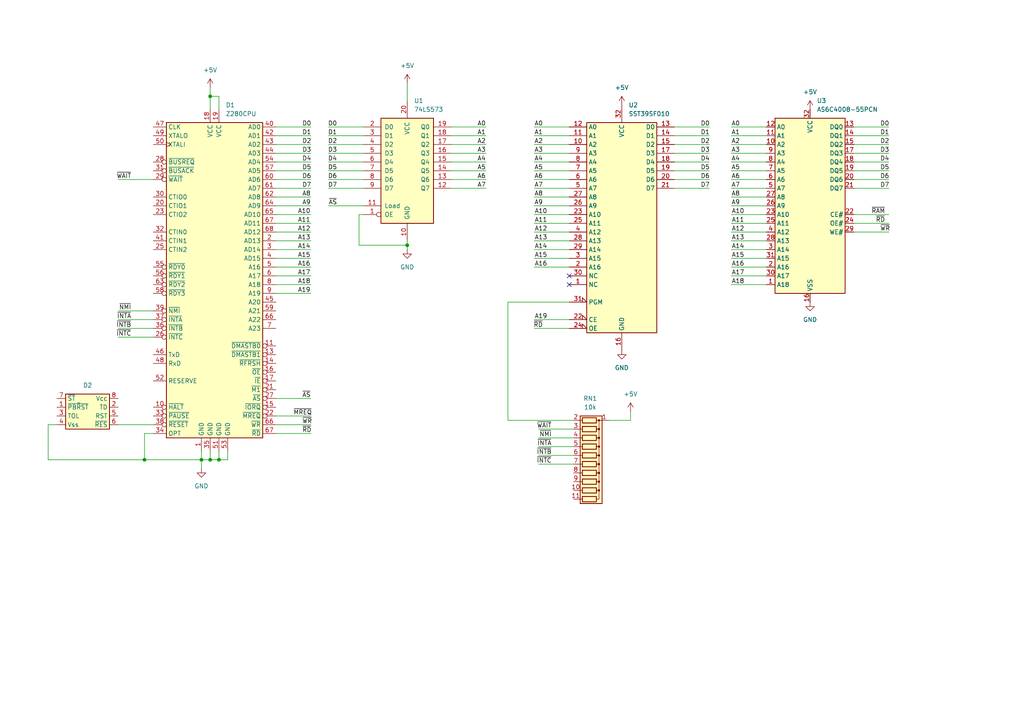
<source format=kicad_sch>
(kicad_sch (version 20230121) (generator eeschema)
  (paper "A4")
  (lib_symbols
    (symbol "74xx:74LS573" (pin_names (offset 1.016))
      (property "Reference" "U" (at -7.62 16.51 0))
      (property "Value" "74LS573" (at -7.62 -16.51 0))
      (symbol "74LS573_1_0"
        (pin input inverted (at -12.7 -12.7 0) (length 5.08) (name "OE") (number "1"))
        (pin power_in line (at 0 -20.32 90) (length 5.08) (name "GND") (number "10"))
        (pin input line (at -12.7 -10.16 0) (length 5.08) (name "Load") (number "11"))
        (pin tri_state line (at 12.7 -5.08 180) (length 5.08) (name "Q7") (number "12"))
        (pin tri_state line (at 12.7 -2.54 180) (length 5.08) (name "Q6") (number "13"))
        (pin tri_state line (at 12.7 0 180) (length 5.08) (name "Q5") (number "14"))
        (pin tri_state line (at 12.7 2.54 180) (length 5.08) (name "Q4") (number "15"))
        (pin tri_state line (at 12.7 5.08 180) (length 5.08) (name "Q3") (number "16"))
        (pin tri_state line (at 12.7 7.62 180) (length 5.08) (name "Q2") (number "17"))
        (pin tri_state line (at 12.7 10.16 180) (length 5.08) (name "Q1") (number "18"))
        (pin tri_state line (at 12.7 12.7 180) (length 5.08) (name "Q0") (number "19"))
        (pin input line (at -12.7 12.7 0) (length 5.08) (name "D0") (number "2"))
        (pin power_in line (at 0 20.32 270) (length 5.08) (name "VCC") (number "20"))
        (pin input line (at -12.7 10.16 0) (length 5.08) (name "D1") (number "3"))
        (pin input line (at -12.7 7.62 0) (length 5.08) (name "D2") (number "4"))
        (pin input line (at -12.7 5.08 0) (length 5.08) (name "D3") (number "5"))
        (pin input line (at -12.7 2.54 0) (length 5.08) (name "D4") (number "6"))
        (pin input line (at -12.7 0 0) (length 5.08) (name "D5") (number "7"))
        (pin input line (at -12.7 -2.54 0) (length 5.08) (name "D6") (number "8"))
        (pin input line (at -12.7 -5.08 0) (length 5.08) (name "D7") (number "9"))
      )
      (symbol "74LS573_1_1"
        (rectangle (start -7.62 15.24) (end 7.62 -15.24) (stroke (width 0.254)) (fill (type background)))
      )
    )
    (symbol "CPU:Z280CPU"
      (property "Reference" "D" (at 5.08 52.07 0))
      (property "Value" "Z280CPU" (at 0 0 0))
      (symbol "Z280CPU_0_1"
        (rectangle (start -13.97 44.45) (end 13.97 -46.99) (stroke (width 0.254)) (fill (type background)))
      )
      (symbol "Z280CPU_1_1"
        (pin power_in line (at -3.81 -50.8 90) (length 3.81) (name "GND") (number "1"))
        (pin input inverted (at -17.78 -38.1 0) (length 3.81) (name "~{HALT}") (number "10"))
        (pin output inverted (at 17.78 -20.32 180) (length 3.81) (name "~{DMASTB0}") (number "11"))
        (pin output inverted (at 17.78 -22.86 180) (length 3.81) (name "~{DMASTB1}") (number "13"))
        (pin output inverted (at 17.78 -25.4 180) (length 3.81) (name "~{RFRSH}") (number "14"))
        (pin output inverted (at 17.78 -38.1 180) (length 3.81) (name "~{IORQ}") (number "15"))
        (pin output inverted (at 17.78 -27.94 180) (length 3.81) (name "~{OE}") (number "16"))
        (pin output inverted (at 17.78 -30.48 180) (length 3.81) (name "~{IE}") (number "17"))
        (pin power_in line (at -1.27 48.26 270) (length 3.81) (name "VCC") (number "18"))
        (pin power_in line (at 1.27 48.26 270) (length 3.81) (name "VCC") (number "19"))
        (pin output line (at 17.78 10.16 180) (length 3.81) (name "AD13") (number "2"))
        (pin input line (at -17.78 20.32 0) (length 3.81) (name "CTIO1") (number "20"))
        (pin output inverted (at 17.78 -33.02 180) (length 3.81) (name "~{M1}") (number "21"))
        (pin output inverted (at 17.78 -40.64 180) (length 3.81) (name "~{MREQ}") (number "22"))
        (pin input line (at -17.78 17.78 0) (length 3.81) (name "CTIO2") (number "23"))
        (pin input line (at -17.78 7.62 0) (length 3.81) (name "CTIN2") (number "25"))
        (pin input inverted (at -17.78 -17.78 0) (length 3.81) (name "~{INTC}") (number "26"))
        (pin output inverted (at 17.78 -35.56 180) (length 3.81) (name "~{AS}") (number "27"))
        (pin input inverted (at -17.78 33.02 0) (length 3.81) (name "~{BUSREQ}") (number "28"))
        (pin input inverted (at -17.78 27.94 0) (length 3.81) (name "~{WAIT}") (number "29"))
        (pin output line (at 17.78 7.62 180) (length 3.81) (name "AD14") (number "3"))
        (pin input line (at -17.78 22.86 0) (length 3.81) (name "CTIO0") (number "30"))
        (pin output inverted (at -17.78 30.48 0) (length 3.81) (name "~{BUSACK}") (number "31"))
        (pin input line (at -17.78 12.7 0) (length 3.81) (name "CTIN0") (number "32"))
        (pin input inverted (at -17.78 -40.64 0) (length 3.81) (name "~{PAUSE}") (number "33"))
        (pin input line (at -17.78 -45.72 0) (length 3.81) (name "OPT") (number "34"))
        (pin power_in line (at -1.27 -50.8 90) (length 3.81) (name "GND") (number "35"))
        (pin input inverted (at -17.78 -15.24 0) (length 3.81) (name "~{INTB}") (number "36"))
        (pin input inverted (at -17.78 -12.7 0) (length 3.81) (name "~{INTA}") (number "37"))
        (pin input inverted (at -17.78 -43.18 0) (length 3.81) (name "~{RESET}") (number "38"))
        (pin input inverted (at -17.78 -10.16 0) (length 3.81) (name "~{NMI}") (number "39"))
        (pin output line (at 17.78 5.08 180) (length 3.81) (name "AD15") (number "4"))
        (pin output line (at 17.78 43.18 180) (length 3.81) (name "AD0") (number "40"))
        (pin input line (at -17.78 10.16 0) (length 3.81) (name "CTIN1") (number "41"))
        (pin output line (at 17.78 40.64 180) (length 3.81) (name "AD1") (number "42"))
        (pin output line (at 17.78 38.1 180) (length 3.81) (name "AD2") (number "43"))
        (pin output line (at 17.78 35.56 180) (length 3.81) (name "AD3") (number "44"))
        (pin output line (at 17.78 -7.62 180) (length 3.81) (name "A20") (number "45"))
        (pin output line (at -17.78 -22.86 0) (length 3.81) (name "TxD") (number "46"))
        (pin output line (at -17.78 43.18 0) (length 3.81) (name "CLK") (number "47"))
        (pin input line (at -17.78 -25.4 0) (length 3.81) (name "RxD") (number "48"))
        (pin output line (at -17.78 40.64 0) (length 3.81) (name "XTALO") (number "49"))
        (pin output line (at 17.78 2.54 180) (length 3.81) (name "A16") (number "5"))
        (pin input clock (at -17.78 38.1 0) (length 3.81) (name "XTALI") (number "50"))
        (pin power_in line (at 1.27 -50.8 90) (length 3.81) (name "GND") (number "51"))
        (pin passive line (at -17.78 -30.48 0) (length 3.81) (name "RESERVE") (number "52"))
        (pin power_in line (at 3.81 -50.8 90) (length 3.81) (name "GND") (number "53"))
        (pin output line (at 17.78 33.02 180) (length 3.81) (name "AD4") (number "54"))
        (pin input inverted (at -17.78 2.54 0) (length 3.81) (name "~{RDY0}") (number "55"))
        (pin input inverted (at -17.78 0 0) (length 3.81) (name "~{RDY1}") (number "56"))
        (pin output line (at 17.78 30.48 180) (length 3.81) (name "AD5") (number "57"))
        (pin input inverted (at -17.78 -5.08 0) (length 3.81) (name "~{RDY3}") (number "58"))
        (pin output line (at 17.78 -10.16 180) (length 3.81) (name "A21") (number "59"))
        (pin output line (at 17.78 0 180) (length 3.81) (name "A17") (number "6"))
        (pin output line (at 17.78 27.94 180) (length 3.81) (name "AD6") (number "60"))
        (pin output line (at 17.78 25.4 180) (length 3.81) (name "AD7") (number "61"))
        (pin output line (at 17.78 22.86 180) (length 3.81) (name "AD8") (number "62"))
        (pin input inverted (at -17.78 -2.54 0) (length 3.81) (name "~{RDY2}") (number "63"))
        (pin output line (at 17.78 20.32 180) (length 3.81) (name "AD9") (number "64"))
        (pin output line (at 17.78 17.78 180) (length 3.81) (name "AD10") (number "65"))
        (pin output line (at 17.78 -12.7 180) (length 3.81) (name "A22") (number "66"))
        (pin output line (at 17.78 -43.18 180) (length 3.81) (name "~{WR}") (number "66"))
        (pin output line (at 17.78 15.24 180) (length 3.81) (name "AD11") (number "67"))
        (pin output line (at 17.78 -45.72 180) (length 3.81) (name "~{RD}") (number "67"))
        (pin output line (at 17.78 12.7 180) (length 3.81) (name "AD12") (number "68"))
        (pin output line (at 17.78 -15.24 180) (length 3.81) (name "A23") (number "7"))
        (pin output line (at 17.78 -2.54 180) (length 3.81) (name "A18") (number "8"))
        (pin output line (at 17.78 -5.08 180) (length 3.81) (name "A19") (number "9"))
      )
    )
    (symbol "Device:R_Network10" (pin_names (offset 0) hide)
      (property "Reference" "RN" (at -15.24 0 90))
      (property "Value" "R_Network10" (at 12.7 0 90))
      (symbol "R_Network10_0_1"
        (rectangle (start -13.97 -3.175) (end 11.43 3.175) (stroke (width 0.254)) (fill (type background)))
        (rectangle (start -13.462 1.524) (end -11.938 -2.54) (stroke (width 0.254)))
        (circle (center -12.7 2.286) (radius 0.254) (fill (type outline)))
        (rectangle (start -10.922 1.524) (end -9.398 -2.54) (stroke (width 0.254)))
        (circle (center -10.16 2.286) (radius 0.254) (fill (type outline)))
        (rectangle (start -8.382 1.524) (end -6.858 -2.54) (stroke (width 0.254)))
        (circle (center -7.62 2.286) (radius 0.254) (fill (type outline)))
        (rectangle (start -5.842 1.524) (end -4.318 -2.54) (stroke (width 0.254)))
        (circle (center -5.08 2.286) (radius 0.254) (fill (type outline)))
        (rectangle (start -3.302 1.524) (end -1.778 -2.54) (stroke (width 0.254)))
        (circle (center -2.54 2.286) (radius 0.254) (fill (type outline)))
        (rectangle (start -0.762 1.524) (end 0.762 -2.54) (stroke (width 0.254)))
        (polyline (pts (xy -12.7 -2.54) (xy -12.7 -3.81)))
        (polyline (pts (xy -10.16 -2.54) (xy -10.16 -3.81)))
        (polyline (pts (xy -7.62 -2.54) (xy -7.62 -3.81)))
        (polyline (pts (xy -5.08 -2.54) (xy -5.08 -3.81)))
        (polyline (pts (xy -2.54 -2.54) (xy -2.54 -3.81)))
        (polyline (pts (xy 0 -2.54) (xy 0 -3.81)))
        (polyline (pts (xy 2.54 -2.54) (xy 2.54 -3.81)))
        (polyline (pts (xy 5.08 -2.54) (xy 5.08 -3.81)))
        (polyline (pts (xy 7.62 -2.54) (xy 7.62 -3.81)))
        (polyline (pts (xy 10.16 -2.54) (xy 10.16 -3.81)))
        (polyline (pts (xy -12.7 1.524) (xy -12.7 2.286) (xy -10.16 2.286) (xy -10.16 1.524)))
        (polyline (pts (xy -10.16 1.524) (xy -10.16 2.286) (xy -7.62 2.286) (xy -7.62 1.524)))
        (polyline (pts (xy -7.62 1.524) (xy -7.62 2.286) (xy -5.08 2.286) (xy -5.08 1.524)))
        (polyline (pts (xy -5.08 1.524) (xy -5.08 2.286) (xy -2.54 2.286) (xy -2.54 1.524)))
        (polyline (pts (xy -2.54 1.524) (xy -2.54 2.286) (xy 0 2.286) (xy 0 1.524)))
        (polyline (pts (xy 0 1.524) (xy 0 2.286) (xy 2.54 2.286) (xy 2.54 1.524)))
        (polyline (pts (xy 2.54 1.524) (xy 2.54 2.286) (xy 5.08 2.286) (xy 5.08 1.524)))
        (polyline (pts (xy 5.08 1.524) (xy 5.08 2.286) (xy 7.62 2.286) (xy 7.62 1.524)))
        (polyline (pts (xy 7.62 1.524) (xy 7.62 2.286) (xy 10.16 2.286) (xy 10.16 1.524)))
        (circle (center 0 2.286) (radius 0.254) (fill (type outline)))
        (rectangle (start 1.778 1.524) (end 3.302 -2.54) (stroke (width 0.254)))
        (circle (center 2.54 2.286) (radius 0.254) (fill (type outline)))
        (rectangle (start 4.318 1.524) (end 5.842 -2.54) (stroke (width 0.254)))
        (circle (center 5.08 2.286) (radius 0.254) (fill (type outline)))
        (rectangle (start 6.858 1.524) (end 8.382 -2.54) (stroke (width 0.254)))
        (circle (center 7.62 2.286) (radius 0.254) (fill (type outline)))
        (rectangle (start 9.398 1.524) (end 10.922 -2.54) (stroke (width 0.254)))
      )
      (symbol "R_Network10_1_1"
        (pin passive line (at -12.7 5.08 270) (length 2.54) (name "common") (number "1"))
        (pin passive line (at 7.62 -5.08 90) (length 1.27) (name "R9") (number "10"))
        (pin passive line (at 10.16 -5.08 90) (length 1.27) (name "R10") (number "11"))
        (pin passive line (at -12.7 -5.08 90) (length 1.27) (name "R1") (number "2"))
        (pin passive line (at -10.16 -5.08 90) (length 1.27) (name "R2") (number "3"))
        (pin passive line (at -7.62 -5.08 90) (length 1.27) (name "R3") (number "4"))
        (pin passive line (at -5.08 -5.08 90) (length 1.27) (name "R4") (number "5"))
        (pin passive line (at -2.54 -5.08 90) (length 1.27) (name "R5") (number "6"))
        (pin passive line (at 0 -5.08 90) (length 1.27) (name "R6") (number "7"))
        (pin passive line (at 2.54 -5.08 90) (length 1.27) (name "R7") (number "8"))
        (pin passive line (at 5.08 -5.08 90) (length 1.27) (name "R8") (number "9"))
      )
    )
    (symbol "Memory_Flash:SST39SF010"
      (property "Reference" "U" (at 2.54 33.02 0))
      (property "Value" "SST39SF010" (at 0 -30.48 0))
      (symbol "SST39SF010_0_0"
        (pin power_in line (at 0 -34.29 90) (length 5.08) (name "GND") (number "16"))
        (pin power_in line (at 0 36.83 270) (length 5.08) (name "VCC") (number "32"))
      )
      (symbol "SST39SF010_0_1"
        (rectangle (start -10.16 31.75) (end 10.16 -29.21) (stroke (width 0.254)) (fill (type background)))
      )
      (symbol "SST39SF010_1_1"
        (pin input line (at -15.24 -15.24 0) (length 5.08) (name "NC") (number "1"))
        (pin input line (at -15.24 25.4 0) (length 5.08) (name "A2") (number "10"))
        (pin input line (at -15.24 27.94 0) (length 5.08) (name "A1") (number "11"))
        (pin input line (at -15.24 30.48 0) (length 5.08) (name "A0") (number "12"))
        (pin tri_state line (at 15.24 30.48 180) (length 5.08) (name "D0") (number "13"))
        (pin tri_state line (at 15.24 27.94 180) (length 5.08) (name "D1") (number "14"))
        (pin tri_state line (at 15.24 25.4 180) (length 5.08) (name "D2") (number "15"))
        (pin tri_state line (at 15.24 22.86 180) (length 5.08) (name "D3") (number "17"))
        (pin tri_state line (at 15.24 20.32 180) (length 5.08) (name "D4") (number "18"))
        (pin tri_state line (at 15.24 17.78 180) (length 5.08) (name "D5") (number "19"))
        (pin input line (at -15.24 -10.16 0) (length 5.08) (name "A16") (number "2"))
        (pin tri_state line (at 15.24 15.24 180) (length 5.08) (name "D6") (number "20"))
        (pin tri_state line (at 15.24 12.7 180) (length 5.08) (name "D7") (number "21"))
        (pin input input_low (at -15.24 -25.4 0) (length 5.08) (name "CE") (number "22"))
        (pin input line (at -15.24 5.08 0) (length 5.08) (name "A10") (number "23"))
        (pin input input_low (at -15.24 -27.94 0) (length 5.08) (name "OE") (number "24"))
        (pin input line (at -15.24 2.54 0) (length 5.08) (name "A11") (number "25"))
        (pin input line (at -15.24 7.62 0) (length 5.08) (name "A9") (number "26"))
        (pin input line (at -15.24 10.16 0) (length 5.08) (name "A8") (number "27"))
        (pin input line (at -15.24 -2.54 0) (length 5.08) (name "A13") (number "28"))
        (pin input line (at -15.24 -5.08 0) (length 5.08) (name "A14") (number "29"))
        (pin input line (at -15.24 -7.62 0) (length 5.08) (name "A15") (number "3"))
        (pin input line (at -15.24 -12.7 0) (length 5.08) (name "NC") (number "30"))
        (pin input input_low (at -15.24 -20.32 0) (length 5.08) (name "PGM") (number "31"))
        (pin input line (at -15.24 0 0) (length 5.08) (name "A12") (number "4"))
        (pin input line (at -15.24 12.7 0) (length 5.08) (name "A7") (number "5"))
        (pin input line (at -15.24 15.24 0) (length 5.08) (name "A6") (number "6"))
        (pin input line (at -15.24 17.78 0) (length 5.08) (name "A5") (number "7"))
        (pin input line (at -15.24 20.32 0) (length 5.08) (name "A4") (number "8"))
        (pin input line (at -15.24 22.86 0) (length 5.08) (name "A3") (number "9"))
      )
    )
    (symbol "Memory_RAM:AS6C4008-55PCN"
      (property "Reference" "U" (at -10.16 26.035 0))
      (property "Value" "AS6C4008-55PCN" (at 2.54 26.035 0))
      (symbol "AS6C4008-55PCN_0_0"
        (pin power_in line (at 0 -27.94 90) (length 2.54) (name "VSS") (number "16"))
        (pin power_in line (at 0 27.94 270) (length 2.54) (name "VCC") (number "32"))
      )
      (symbol "AS6C4008-55PCN_0_1"
        (rectangle (start -10.16 25.4) (end 10.16 -25.4) (stroke (width 0.254)) (fill (type background)))
      )
      (symbol "AS6C4008-55PCN_1_1"
        (pin input line (at -12.7 -22.86 0) (length 2.54) (name "A18") (number "1"))
        (pin input line (at -12.7 17.78 0) (length 2.54) (name "A2") (number "10"))
        (pin input line (at -12.7 20.32 0) (length 2.54) (name "A1") (number "11"))
        (pin input line (at -12.7 22.86 0) (length 2.54) (name "A0") (number "12"))
        (pin tri_state line (at 12.7 22.86 180) (length 2.54) (name "DQ0") (number "13"))
        (pin tri_state line (at 12.7 20.32 180) (length 2.54) (name "DQ1") (number "14"))
        (pin tri_state line (at 12.7 17.78 180) (length 2.54) (name "DQ2") (number "15"))
        (pin tri_state line (at 12.7 15.24 180) (length 2.54) (name "DQ3") (number "17"))
        (pin tri_state line (at 12.7 12.7 180) (length 2.54) (name "DQ4") (number "18"))
        (pin tri_state line (at 12.7 10.16 180) (length 2.54) (name "DQ5") (number "19"))
        (pin input line (at -12.7 -17.78 0) (length 2.54) (name "A16") (number "2"))
        (pin tri_state line (at 12.7 7.62 180) (length 2.54) (name "DQ6") (number "20"))
        (pin tri_state line (at 12.7 5.08 180) (length 2.54) (name "DQ7") (number "21"))
        (pin input line (at 12.7 -2.54 180) (length 2.54) (name "CE#") (number "22"))
        (pin input line (at -12.7 -2.54 0) (length 2.54) (name "A10") (number "23"))
        (pin input line (at 12.7 -5.08 180) (length 2.54) (name "OE#") (number "24"))
        (pin input line (at -12.7 -5.08 0) (length 2.54) (name "A11") (number "25"))
        (pin input line (at -12.7 0 0) (length 2.54) (name "A9") (number "26"))
        (pin input line (at -12.7 2.54 0) (length 2.54) (name "A8") (number "27"))
        (pin input line (at -12.7 -10.16 0) (length 2.54) (name "A13") (number "28"))
        (pin input line (at 12.7 -7.62 180) (length 2.54) (name "WE#") (number "29"))
        (pin input line (at -12.7 -12.7 0) (length 2.54) (name "A14") (number "3"))
        (pin input line (at -12.7 -20.32 0) (length 2.54) (name "A17") (number "30"))
        (pin input line (at -12.7 -15.24 0) (length 2.54) (name "A15") (number "31"))
        (pin input line (at -12.7 -7.62 0) (length 2.54) (name "A12") (number "4"))
        (pin input line (at -12.7 5.08 0) (length 2.54) (name "A7") (number "5"))
        (pin input line (at -12.7 7.62 0) (length 2.54) (name "A6") (number "6"))
        (pin input line (at -12.7 10.16 0) (length 2.54) (name "A5") (number "7"))
        (pin input line (at -12.7 12.7 0) (length 2.54) (name "A4") (number "8"))
        (pin input line (at -12.7 15.24 0) (length 2.54) (name "A3") (number "9"))
      )
    )
    (symbol "efu_Library:DS1232"
      (property "Reference" "D" (at -1.27 7.62 0))
      (symbol "DS1232_1_1"
        (rectangle (start -6.35 5.08) (end 6.35 -5.08) (stroke (width 0.254)) (fill (type background)))
        (pin input line (at -8.89 1.27 0) (length 2.54) (name "~{PBRST}") (number "1"))
        (pin output line (at 8.89 1.27 180) (length 2.54) (name "TD") (number "2"))
        (pin input line (at -8.89 -1.27 0) (length 2.54) (name "TOL") (number "3"))
        (pin power_out line (at -8.89 -3.81 0) (length 2.54) (name "Vss") (number "4"))
        (pin output line (at 8.89 -1.27 180) (length 2.54) (name "RST") (number "5"))
        (pin output line (at 8.89 -3.81 180) (length 2.54) (name "~{RES}") (number "6"))
        (pin input line (at -8.89 3.81 0) (length 2.54) (name "~{ST}") (number "7"))
        (pin power_in line (at 8.89 3.81 180) (length 2.54) (name "Vcc") (number "8"))
      )
    )
    (symbol "power:+5V" (power) (pin_names (offset 0))
      (property "Value" "+5V" (at 0 3.556 0))
      (symbol "+5V_0_1"
        (polyline (pts (xy -0.762 1.27) (xy 0 2.54)))
        (polyline (pts (xy 0 0) (xy 0 2.54)))
        (polyline (pts (xy 0 2.54) (xy 0.762 1.27)))
      )
      (symbol "+5V_1_1"
        (pin power_in line (at 0 0 90) (length 0) hide (name "+5V") (number "1"))
      )
    )
    (symbol "power:GND" (power) (pin_names (offset 0))
      (property "Value" "GND" (at 0 -3.81 0))
      (symbol "GND_0_1"
        (polyline (pts (xy 0 0) (xy 0 -1.27) (xy 1.27 -1.27) (xy 0 -2.54) (xy -1.27 -1.27) (xy 0 -1.27)))
      )
      (symbol "GND_1_1"
        (pin power_in line (at 0 0 270) (length 0) hide (name "GND") (number "1"))
      )
    )
  )
  (junction (at 58.42 133.35))
  (junction (at 60.96 27.94))
  (junction (at 41.91 133.35))
  (junction (at 118.11 71.12))
  (junction (at 60.96 133.35))
  (junction (at 63.5 133.35))
  (no_connect (at 165.1 82.55))
  (no_connect (at 165.1 80.01))
  (wire (pts (xy 90.17 82.55) (xy 80.01 82.55)))
  (wire (pts (xy 154.94 77.47) (xy 165.1 77.47)))
  (wire (pts (xy 105.41 36.83) (xy 95.25 36.83)))
  (wire (pts (xy 182.88 121.92) (xy 182.88 119.38)))
  (wire (pts (xy 118.11 71.12) (xy 118.11 69.85)))
  (wire (pts (xy 80.01 125.73) (xy 90.17 125.73)))
  (wire (pts (xy 63.5 133.35) (xy 66.04 133.35)))
  (wire (pts (xy 90.17 74.93) (xy 80.01 74.93)))
  (wire (pts (xy 154.94 72.39) (xy 165.1 72.39)))
  (wire (pts (xy 80.01 123.19) (xy 90.17 123.19)))
  (wire (pts (xy 222.25 52.07) (xy 212.09 52.07)))
  (wire (pts (xy 80.01 44.45) (xy 90.17 44.45)))
  (wire (pts (xy 90.17 80.01) (xy 80.01 80.01)))
  (wire (pts (xy 80.01 49.53) (xy 90.17 49.53)))
  (wire (pts (xy 80.01 36.83) (xy 90.17 36.83)))
  (wire (pts (xy 80.01 41.91) (xy 90.17 41.91)))
  (wire (pts (xy 247.65 46.99) (xy 257.81 46.99)))
  (wire (pts (xy 147.32 87.63) (xy 147.32 121.92)))
  (wire (pts (xy 222.25 59.69) (xy 212.09 59.69)))
  (wire (pts (xy 130.81 41.91) (xy 140.97 41.91)))
  (wire (pts (xy 212.09 72.39) (xy 222.25 72.39)))
  (wire (pts (xy 34.29 123.19) (xy 44.45 123.19)))
  (wire (pts (xy 156.21 127) (xy 166.37 127)))
  (wire (pts (xy 66.04 133.35) (xy 66.04 130.81)))
  (wire (pts (xy 105.41 62.23) (xy 104.14 62.23)))
  (wire (pts (xy 195.58 39.37) (xy 205.74 39.37)))
  (wire (pts (xy 212.09 67.31) (xy 222.25 67.31)))
  (wire (pts (xy 118.11 72.39) (xy 118.11 71.12)))
  (wire (pts (xy 154.94 74.93) (xy 165.1 74.93)))
  (wire (pts (xy 165.1 44.45) (xy 154.94 44.45)))
  (wire (pts (xy 130.81 36.83) (xy 140.97 36.83)))
  (wire (pts (xy 247.65 52.07) (xy 257.81 52.07)))
  (wire (pts (xy 165.1 59.69) (xy 154.94 59.69)))
  (wire (pts (xy 247.65 62.23) (xy 257.81 62.23)))
  (wire (pts (xy 222.25 39.37) (xy 212.09 39.37)))
  (wire (pts (xy 130.81 44.45) (xy 140.97 44.45)))
  (wire (pts (xy 130.81 54.61) (xy 140.97 54.61)))
  (wire (pts (xy 105.41 59.69) (xy 95.25 59.69)))
  (wire (pts (xy 247.65 36.83) (xy 257.81 36.83)))
  (wire (pts (xy 105.41 41.91) (xy 95.25 41.91)))
  (wire (pts (xy 212.09 80.01) (xy 222.25 80.01)))
  (wire (pts (xy 13.97 133.35) (xy 41.91 133.35)))
  (wire (pts (xy 80.01 59.69) (xy 90.17 59.69)))
  (wire (pts (xy 165.1 36.83) (xy 154.94 36.83)))
  (wire (pts (xy 247.65 44.45) (xy 257.81 44.45)))
  (wire (pts (xy 44.45 125.73) (xy 41.91 125.73)))
  (wire (pts (xy 118.11 24.13) (xy 118.11 29.21)))
  (wire (pts (xy 80.01 120.65) (xy 90.17 120.65)))
  (wire (pts (xy 63.5 27.94) (xy 60.96 27.94)))
  (wire (pts (xy 222.25 49.53) (xy 212.09 49.53)))
  (wire (pts (xy 212.09 64.77) (xy 222.25 64.77)))
  (wire (pts (xy 60.96 133.35) (xy 63.5 133.35)))
  (wire (pts (xy 222.25 54.61) (xy 212.09 54.61)))
  (wire (pts (xy 90.17 69.85) (xy 80.01 69.85)))
  (wire (pts (xy 130.81 39.37) (xy 140.97 39.37)))
  (wire (pts (xy 34.29 52.07) (xy 44.45 52.07)))
  (wire (pts (xy 156.21 129.54) (xy 166.37 129.54)))
  (wire (pts (xy 247.65 67.31) (xy 257.81 67.31)))
  (wire (pts (xy 222.25 36.83) (xy 212.09 36.83)))
  (wire (pts (xy 154.94 92.71) (xy 165.1 92.71)))
  (wire (pts (xy 156.21 132.08) (xy 166.37 132.08)))
  (wire (pts (xy 165.1 57.15) (xy 154.94 57.15)))
  (wire (pts (xy 247.65 49.53) (xy 257.81 49.53)))
  (wire (pts (xy 222.25 46.99) (xy 212.09 46.99)))
  (wire (pts (xy 165.1 52.07) (xy 154.94 52.07)))
  (wire (pts (xy 130.81 52.07) (xy 140.97 52.07)))
  (wire (pts (xy 80.01 115.57) (xy 90.17 115.57)))
  (wire (pts (xy 154.94 67.31) (xy 165.1 67.31)))
  (wire (pts (xy 58.42 133.35) (xy 58.42 130.81)))
  (wire (pts (xy 130.81 46.99) (xy 140.97 46.99)))
  (wire (pts (xy 176.53 121.92) (xy 182.88 121.92)))
  (wire (pts (xy 195.58 52.07) (xy 205.74 52.07)))
  (wire (pts (xy 80.01 46.99) (xy 90.17 46.99)))
  (wire (pts (xy 60.96 25.4) (xy 60.96 27.94)))
  (wire (pts (xy 105.41 49.53) (xy 95.25 49.53)))
  (wire (pts (xy 90.17 67.31) (xy 80.01 67.31)))
  (wire (pts (xy 195.58 46.99) (xy 205.74 46.99)))
  (wire (pts (xy 34.29 92.71) (xy 44.45 92.71)))
  (wire (pts (xy 165.1 49.53) (xy 154.94 49.53)))
  (wire (pts (xy 90.17 72.39) (xy 80.01 72.39)))
  (wire (pts (xy 41.91 125.73) (xy 41.91 133.35)))
  (wire (pts (xy 58.42 135.89) (xy 58.42 133.35)))
  (wire (pts (xy 80.01 85.09) (xy 90.17 85.09)))
  (wire (pts (xy 105.41 39.37) (xy 95.25 39.37)))
  (wire (pts (xy 165.1 46.99) (xy 154.94 46.99)))
  (wire (pts (xy 212.09 77.47) (xy 222.25 77.47)))
  (wire (pts (xy 247.65 41.91) (xy 257.81 41.91)))
  (wire (pts (xy 58.42 133.35) (xy 60.96 133.35)))
  (wire (pts (xy 212.09 82.55) (xy 222.25 82.55)))
  (wire (pts (xy 13.97 123.19) (xy 13.97 133.35)))
  (wire (pts (xy 154.94 64.77) (xy 165.1 64.77)))
  (wire (pts (xy 195.58 41.91) (xy 205.74 41.91)))
  (wire (pts (xy 165.1 54.61) (xy 154.94 54.61)))
  (wire (pts (xy 247.65 54.61) (xy 257.81 54.61)))
  (wire (pts (xy 105.41 44.45) (xy 95.25 44.45)))
  (wire (pts (xy 195.58 36.83) (xy 205.74 36.83)))
  (wire (pts (xy 154.94 62.23) (xy 165.1 62.23)))
  (wire (pts (xy 195.58 54.61) (xy 205.74 54.61)))
  (wire (pts (xy 41.91 133.35) (xy 58.42 133.35)))
  (wire (pts (xy 195.58 49.53) (xy 205.74 49.53)))
  (wire (pts (xy 212.09 74.93) (xy 222.25 74.93)))
  (wire (pts (xy 154.94 95.25) (xy 165.1 95.25)))
  (wire (pts (xy 195.58 44.45) (xy 205.74 44.45)))
  (wire (pts (xy 154.94 69.85) (xy 165.1 69.85)))
  (wire (pts (xy 63.5 31.75) (xy 63.5 27.94)))
  (wire (pts (xy 60.96 27.94) (xy 60.96 31.75)))
  (wire (pts (xy 105.41 46.99) (xy 95.25 46.99)))
  (wire (pts (xy 105.41 54.61) (xy 95.25 54.61)))
  (wire (pts (xy 104.14 71.12) (xy 118.11 71.12)))
  (wire (pts (xy 222.25 41.91) (xy 212.09 41.91)))
  (wire (pts (xy 165.1 87.63) (xy 147.32 87.63)))
  (wire (pts (xy 212.09 62.23) (xy 222.25 62.23)))
  (wire (pts (xy 222.25 57.15) (xy 212.09 57.15)))
  (wire (pts (xy 80.01 52.07) (xy 90.17 52.07)))
  (wire (pts (xy 34.29 95.25) (xy 44.45 95.25)))
  (wire (pts (xy 90.17 62.23) (xy 80.01 62.23)))
  (wire (pts (xy 80.01 57.15) (xy 90.17 57.15)))
  (wire (pts (xy 165.1 41.91) (xy 154.94 41.91)))
  (wire (pts (xy 247.65 64.77) (xy 257.81 64.77)))
  (wire (pts (xy 247.65 39.37) (xy 257.81 39.37)))
  (wire (pts (xy 165.1 39.37) (xy 154.94 39.37)))
  (wire (pts (xy 80.01 54.61) (xy 90.17 54.61)))
  (wire (pts (xy 156.21 124.46) (xy 166.37 124.46)))
  (wire (pts (xy 105.41 52.07) (xy 95.25 52.07)))
  (wire (pts (xy 90.17 77.47) (xy 80.01 77.47)))
  (wire (pts (xy 63.5 133.35) (xy 63.5 130.81)))
  (wire (pts (xy 16.51 123.19) (xy 13.97 123.19)))
  (wire (pts (xy 130.81 49.53) (xy 140.97 49.53)))
  (wire (pts (xy 80.01 39.37) (xy 90.17 39.37)))
  (wire (pts (xy 156.21 134.62) (xy 166.37 134.62)))
  (wire (pts (xy 147.32 121.92) (xy 166.37 121.92)))
  (wire (pts (xy 104.14 62.23) (xy 104.14 71.12)))
  (wire (pts (xy 222.25 44.45) (xy 212.09 44.45)))
  (wire (pts (xy 90.17 64.77) (xy 80.01 64.77)))
  (wire (pts (xy 34.29 97.79) (xy 44.45 97.79)))
  (wire (pts (xy 212.09 69.85) (xy 222.25 69.85)))
  (wire (pts (xy 60.96 133.35) (xy 60.96 130.81)))
  (wire (pts (xy 34.29 90.17) (xy 44.45 90.17)))
  (label "D1" (at 255.27 39.37 0))
  (label "A19" (at 86.36 85.09 0))
  (label "~{AS}" (at 87.63 115.57 0))
  (label "~{WAIT}" (at 160.02 124.46 180))
  (label "D7" (at 203.2 54.61 0))
  (label "A17" (at 86.36 80.01 0))
  (label "A0" (at 214.63 36.83 180))
  (label "A1" (at 157.48 39.37 180))
  (label "~{NMI}" (at 38.1 90.17 180))
  (label "D2" (at 255.27 41.91 0))
  (label "A15" (at 158.75 74.93 180))
  (label "A6" (at 138.43 52.07 0))
  (label "A9" (at 157.48 59.69 180))
  (label "A2" (at 138.43 41.91 0))
  (label "A10" (at 215.9 62.23 180))
  (label "A8" (at 157.48 57.15 180))
  (label "D4" (at 87.63 46.99 0))
  (label "~{RD}" (at 254 64.77 0))
  (label "D2" (at 87.63 41.91 0))
  (label "D3" (at 203.2 44.45 0))
  (label "D6" (at 87.63 52.07 0))
  (label "A4" (at 138.43 46.99 0))
  (label "~{WAIT}" (at 38.1 52.07 180))
  (label "~{INTB}" (at 160.02 132.08 180))
  (label "A16" (at 86.36 77.47 0))
  (label "D4" (at 97.79 46.99 180))
  (label "~{RAM}" (at 252.73 62.23 0))
  (label "A5" (at 157.48 49.53 180))
  (label "D5" (at 97.79 49.53 180))
  (label "~{INTB}" (at 38.1 95.25 180))
  (label "D5" (at 87.63 49.53 0))
  (label "A1" (at 138.43 39.37 0))
  (label "D3" (at 255.27 44.45 0))
  (label "A11" (at 158.75 64.77 180))
  (label "D3" (at 87.63 44.45 0))
  (label "~{INTC}" (at 38.1 97.79 180))
  (label "A16" (at 215.9 77.47 180))
  (label "D1" (at 203.2 39.37 0))
  (label "A9" (at 214.63 59.69 180))
  (label "~{INTA}" (at 38.1 92.71 180))
  (label "A3" (at 138.43 44.45 0))
  (label "A6" (at 214.63 52.07 180))
  (label "D5" (at 255.27 49.53 0))
  (label "D1" (at 87.63 39.37 0))
  (label "A2" (at 157.48 41.91 180))
  (label "D0" (at 203.2 36.83 0))
  (label "A15" (at 215.9 74.93 180))
  (label "D3" (at 97.79 44.45 180))
  (label "A6" (at 157.48 52.07 180))
  (label "~{RD}" (at 87.63 125.73 0))
  (label "A15" (at 86.36 74.93 0))
  (label "A7" (at 157.48 54.61 180))
  (label "A12" (at 86.36 67.31 0))
  (label "A4" (at 157.48 46.99 180))
  (label "A14" (at 158.75 72.39 180))
  (label "~{NMI}" (at 160.02 127 180))
  (label "D4" (at 203.2 46.99 0))
  (label "D5" (at 203.2 49.53 0))
  (label "A18" (at 86.36 82.55 0))
  (label "A13" (at 86.36 69.85 0))
  (label "A3" (at 157.48 44.45 180))
  (label "~{INTC}" (at 160.02 134.62 180))
  (label "A7" (at 214.63 54.61 180))
  (label "A16" (at 158.75 77.47 180))
  (label "A5" (at 214.63 49.53 180))
  (label "A18" (at 215.9 82.55 180))
  (label "A1" (at 214.63 39.37 180))
  (label "A11" (at 215.9 64.77 180))
  (label "A10" (at 158.75 62.23 180))
  (label "A11" (at 86.36 64.77 0))
  (label "~{AS}" (at 97.79 59.69 180))
  (label "D7" (at 255.27 54.61 0))
  (label "A9" (at 87.63 59.69 0))
  (label "A0" (at 157.48 36.83 180))
  (label "D2" (at 203.2 41.91 0))
  (label "A13" (at 215.9 69.85 180))
  (label "A0" (at 138.43 36.83 0))
  (label "D6" (at 97.79 52.07 180))
  (label "A17" (at 215.9 80.01 180))
  (label "D0" (at 97.79 36.83 180))
  (label "D7" (at 87.63 54.61 0))
  (label "A7" (at 138.43 54.61 0))
  (label "A10" (at 86.36 62.23 0))
  (label "A13" (at 158.75 69.85 180))
  (label "D2" (at 97.79 41.91 180))
  (label "A8" (at 214.63 57.15 180))
  (label "A12" (at 215.9 67.31 180))
  (label "A19" (at 158.75 92.71 180))
  (label "A8" (at 87.63 57.15 0))
  (label "A5" (at 138.43 49.53 0))
  (label "~{WR}" (at 87.63 123.19 0))
  (label "D0" (at 255.27 36.83 0))
  (label "A14" (at 215.9 72.39 180))
  (label "A4" (at 214.63 46.99 180))
  (label "A2" (at 214.63 41.91 180))
  (label "D4" (at 255.27 46.99 0))
  (label "D0" (at 87.63 36.83 0))
  (label "D7" (at 97.79 54.61 180))
  (label "A14" (at 86.36 72.39 0))
  (label "~{RD}" (at 157.48 95.25 180))
  (label "~{MREQ}" (at 85.09 120.65 0))
  (label "A3" (at 214.63 44.45 180))
  (label "D6" (at 203.2 52.07 0))
  (label "D1" (at 97.79 39.37 180))
  (label "A12" (at 158.75 67.31 180))
  (label "~{WR}" (at 255.27 67.31 0))
  (label "~{INTA}" (at 160.02 129.54 180))
  (label "D6" (at 255.27 52.07 0))
  (symbol (lib_id "74xx:74LS573") (at 118.11 49.53 0) (unit 1)
    (property "Reference" "U1" (at 120.0659 29.21 0) (effects (justify left)))
    (property "Value" "74LS573" (at 120.0659 31.75 0) (effects (justify left)))
    (property "Datasheet" "74xx/74hc573.pdf" (effects hide))
  )
  (symbol (lib_id "Device:R_Network10") (at 171.45 134.62 270) (unit 1)
    (property "Reference" "RN1" (at 171.196 115.57 90))
    (property "Value" "10k" (at 171.196 118.11 90))
    (property "Footprint" "Resistor_THT:R_Array_SIP11" (effects hide))
    (property "Datasheet" "http://www.vishay.com/docs/31509/csc.pdf" (effects hide))
  )
  (symbol (lib_id "power:GND") (at 180.34 101.6 0) (unit 1)
    (property "Reference" "#PWR05" (effects hide))
    (property "Value" "GND" (at 180.34 106.68 0))
  )
  (symbol (lib_id "power:+5V") (at 234.95 31.75 0) (unit 1)
    (property "Reference" "#PWR08" (effects hide))
    (property "Value" "+5V" (at 234.95 26.67 0))
  )
  (symbol (lib_id "Memory_RAM:AS6C4008-55PCN") (at 234.95 59.69 0) (unit 1)
    (property "Reference" "U3" (at 236.9059 29.21 0) (effects (justify left)))
    (property "Value" "AS6C4008-55PCN" (at 236.9059 31.75 0) (effects (justify left)))
    (property "Footprint" "Package_DIP:DIP-32_W15.24mm" (effects hide))
    (property "Datasheet" "https://www.alliancememory.com/wp-content/uploads/pdf/AS6C4008.pdf" (effects hide))
  )
  (symbol (lib_id "power:+5V") (at 182.88 119.38 0) (unit 1)
    (property "Reference" "#PWR09" (effects hide))
    (property "Value" "+5V" (at 182.88 114.3 0))
  )
  (symbol (lib_id "efu_Library:DS1232") (at 25.4 119.38 0) (unit 1)
    (property "Reference" "D2" (at 25.4 111.76 0))
    (property "Value" "~" (at 22.86 116.84 0))
  )
  (symbol (lib_id "CPU:Z280CPU") (at 62.23 80.01 0) (unit 1)
    (property "Reference" "D1" (at 65.4559 30.48 0) (effects (justify left)))
    (property "Value" "Z280CPU" (at 65.4559 33.02 0) (effects (justify left)))
    (property "Footprint" "Package_LCC:PLCC-68_THT-Socket" (effects hide))
  )
  (symbol (lib_id "power:+5V") (at 118.11 24.13 0) (unit 1)
    (property "Reference" "#PWR02" (effects hide))
    (property "Value" "+5V" (at 118.11 19.05 0))
  )
  (symbol (lib_id "power:GND") (at 234.95 87.63 0) (unit 1)
    (property "Reference" "#PWR06" (effects hide))
    (property "Value" "GND" (at 234.95 92.71 0))
  )
  (symbol (lib_id "power:GND") (at 58.42 135.89 0) (unit 1)
    (property "Reference" "#PWR04" (effects hide))
    (property "Value" "GND" (at 58.42 140.97 0))
  )
  (symbol (lib_id "power:GND") (at 118.11 72.39 0) (unit 1)
    (property "Reference" "#PWR03" (effects hide))
    (property "Value" "GND" (at 118.11 77.47 0))
  )
  (symbol (lib_id "power:+5V") (at 180.34 30.48 0) (unit 1)
    (property "Reference" "#PWR07" (effects hide))
    (property "Value" "+5V" (at 180.34 25.4 0))
  )
  (symbol (lib_id "Memory_Flash:SST39SF010") (at 180.34 67.31 0) (unit 1)
    (property "Reference" "U2" (at 182.2959 30.48 0) (effects (justify left)))
    (property "Value" "SST39SF010" (at 182.2959 33.02 0) (effects (justify left)))
    (property "Datasheet" "http://ww1.microchip.com/downloads/en/DeviceDoc/25022B.pdf" (effects hide))
  )
  (symbol (lib_id "power:+5V") (at 60.96 25.4 0) (unit 1)
    (property "Reference" "#PWR01" (effects hide))
    (property "Value" "+5V" (at 60.96 20.32 0))
  )
)
</source>
